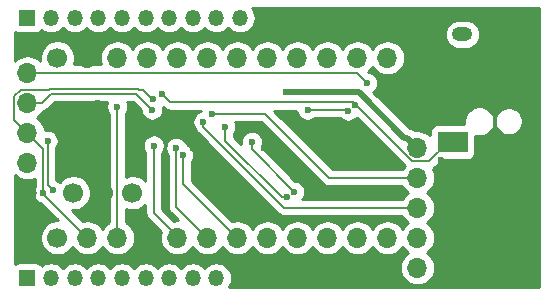
<source format=gbl>
G04 #@! TF.GenerationSoftware,KiCad,Pcbnew,(5.1.2)-1*
G04 #@! TF.CreationDate,2019-08-30T21:10:08+09:00*
G04 #@! TF.ProjectId,wii_controller,7769695f-636f-46e7-9472-6f6c6c65722e,rev?*
G04 #@! TF.SameCoordinates,PXdf378e0PY8bfaf60*
G04 #@! TF.FileFunction,Copper,L2,Bot*
G04 #@! TF.FilePolarity,Positive*
%FSLAX46Y46*%
G04 Gerber Fmt 4.6, Leading zero omitted, Abs format (unit mm)*
G04 Created by KiCad (PCBNEW (5.1.2)-1) date 2019-08-30 21:10:08*
%MOMM*%
%LPD*%
G04 APERTURE LIST*
%ADD10R,2.500000X1.800000*%
%ADD11O,1.700000X1.700000*%
%ADD12R,1.700000X1.700000*%
%ADD13C,0.100000*%
%ADD14C,1.200000*%
%ADD15O,1.750000X1.200000*%
%ADD16C,1.700000*%
%ADD17R,1.350000X1.350000*%
%ADD18O,1.350000X1.350000*%
%ADD19C,0.600000*%
%ADD20C,0.500000*%
%ADD21C,0.160000*%
%ADD22C,0.254000*%
G04 APERTURE END LIST*
D10*
X36000000Y4000000D03*
X36000000Y500000D03*
D11*
X33022082Y-10157918D03*
X33022082Y-7617918D03*
X33022082Y-5077918D03*
X33022082Y-2537918D03*
X33022082Y2082D03*
D12*
X33022082Y2542082D03*
D13*
G36*
X37481586Y8220878D02*
G01*
X37505854Y8217278D01*
X37529653Y8211317D01*
X37552752Y8203052D01*
X37574931Y8192562D01*
X37595974Y8179950D01*
X37615680Y8165335D01*
X37633858Y8148859D01*
X37650334Y8130681D01*
X37664949Y8110975D01*
X37677561Y8089932D01*
X37688051Y8067753D01*
X37696316Y8044654D01*
X37702277Y8020855D01*
X37705877Y7996587D01*
X37707081Y7972083D01*
X37707081Y7272081D01*
X37705877Y7247577D01*
X37702277Y7223309D01*
X37696316Y7199510D01*
X37688051Y7176411D01*
X37677561Y7154232D01*
X37664949Y7133189D01*
X37650334Y7113483D01*
X37633858Y7095305D01*
X37615680Y7078829D01*
X37595974Y7064214D01*
X37574931Y7051602D01*
X37552752Y7041112D01*
X37529653Y7032847D01*
X37505854Y7026886D01*
X37481586Y7023286D01*
X37457082Y7022082D01*
X36207080Y7022082D01*
X36182576Y7023286D01*
X36158308Y7026886D01*
X36134509Y7032847D01*
X36111410Y7041112D01*
X36089231Y7051602D01*
X36068188Y7064214D01*
X36048482Y7078829D01*
X36030304Y7095305D01*
X36013828Y7113483D01*
X35999213Y7133189D01*
X35986601Y7154232D01*
X35976111Y7176411D01*
X35967846Y7199510D01*
X35961885Y7223309D01*
X35958285Y7247577D01*
X35957081Y7272081D01*
X35957081Y7972083D01*
X35958285Y7996587D01*
X35961885Y8020855D01*
X35967846Y8044654D01*
X35976111Y8067753D01*
X35986601Y8089932D01*
X35999213Y8110975D01*
X36013828Y8130681D01*
X36030304Y8148859D01*
X36048482Y8165335D01*
X36068188Y8179950D01*
X36089231Y8192562D01*
X36111410Y8203052D01*
X36134509Y8211317D01*
X36158308Y8217278D01*
X36182576Y8220878D01*
X36207080Y8222082D01*
X37457082Y8222082D01*
X37481586Y8220878D01*
X37481586Y8220878D01*
G37*
D14*
X36832081Y7622082D03*
D15*
X36832081Y9622082D03*
D16*
X2082Y-6347918D03*
D11*
X2082Y-3807918D03*
X2082Y-1267918D03*
X2082Y1272082D03*
X2082Y3812082D03*
X2082Y6352082D03*
D16*
X2542081Y-7617919D03*
D11*
X5082081Y-7617919D03*
X7622081Y-7617919D03*
X10162081Y-7617919D03*
X12702081Y-7617919D03*
X15242081Y-7617919D03*
X17782081Y-7617919D03*
X20322081Y-7617919D03*
X22862081Y-7617919D03*
X25402081Y-7617919D03*
X27942081Y-7617919D03*
X30482081Y-7617919D03*
X30482082Y7622082D03*
X27942082Y7622082D03*
X25402082Y7622082D03*
X22862082Y7622082D03*
X20322082Y7622082D03*
X17782082Y7622082D03*
X15242082Y7622082D03*
X12702082Y7622082D03*
X10162082Y7622082D03*
X7622082Y7622082D03*
X5082082Y7622082D03*
D16*
X2542082Y7622082D03*
D17*
X2082Y-10997919D03*
D18*
X2002082Y-10997919D03*
X4002082Y-10997919D03*
X6002082Y-10997919D03*
X8002082Y-10997919D03*
X10002082Y-10997919D03*
X12002082Y-10997919D03*
X14002082Y-10997919D03*
X16002082Y-10997919D03*
X18002082Y-10997919D03*
X18002082Y11002081D03*
X16002082Y11002081D03*
X14002082Y11002081D03*
X12002082Y11002081D03*
X10002082Y11002081D03*
X8002082Y11002081D03*
X6002082Y11002081D03*
X4002082Y11002081D03*
X2002082Y11002081D03*
D17*
X2082Y11002081D03*
D16*
X3892081Y-3807918D03*
X6392081Y-3807918D03*
X8892081Y-3807918D03*
D19*
X102081Y-8297918D03*
X42002081Y11002082D03*
X42002082Y-10997919D03*
X42002081Y-8997919D03*
X42002081Y-6997918D03*
X42002082Y-4997918D03*
X42002081Y-2997918D03*
X42002082Y-997918D03*
X42002081Y1002081D03*
X42002082Y3002081D03*
X42002081Y5002081D03*
X42002081Y7002082D03*
X42002082Y9002082D03*
X24002081Y-2997918D03*
X31002081Y-3997918D03*
X31002081Y-997918D03*
X30002082Y5002081D03*
X35002081Y-10997919D03*
X35002081Y-8997918D03*
X35002082Y-6997918D03*
X35002081Y-4997918D03*
X35002082Y-2997918D03*
X35002081Y-997918D03*
X35002082Y1002081D03*
X35002081Y3002081D03*
X35002082Y5002081D03*
X35002081Y7002081D03*
X33002081Y7002082D03*
X33002081Y5002081D03*
X20002082Y-10997918D03*
X22002081Y-10997919D03*
X24002081Y-10997918D03*
X26002081Y-10997919D03*
X28002082Y-10997919D03*
X30002082Y-10997918D03*
X20002082Y11002082D03*
X22002081Y11002081D03*
X24002081Y11002082D03*
X26002082Y11002082D03*
X28002081Y11002082D03*
X30002082Y11002082D03*
X32002082Y11002081D03*
X34002082Y11002082D03*
X36002082Y11002081D03*
X38002081Y11002082D03*
X40002082Y11002082D03*
X40002081Y9002082D03*
X40002081Y7002081D03*
X40002081Y5002082D03*
X38002081Y5002081D03*
X38002082Y-997918D03*
X40002081Y-997918D03*
X40002082Y-2997918D03*
X38002081Y-2997918D03*
X38002081Y-4997919D03*
X38002081Y-6997918D03*
X38002081Y-8997919D03*
X38002081Y-10997918D03*
X40002081Y-10997919D03*
X40002081Y-8997918D03*
X40002081Y-6997919D03*
X40002081Y-4997918D03*
X14002082Y2082D03*
X17002081Y-1997919D03*
X18002082Y2002081D03*
X23002082Y1502082D03*
X20002082Y2081D03*
X6502082Y-497919D03*
X6502082Y-6497918D03*
X16502081Y-2997918D03*
X26002081Y-3497919D03*
X26002082Y-497918D03*
X-497918Y9002081D03*
X6002081Y3802081D03*
X14604576Y-2400414D03*
X8702081Y3502082D03*
X8502081Y-97918D03*
X3802081Y-9297919D03*
X6302081Y-9197918D03*
X9002082Y-9197919D03*
X11302082Y-9197918D03*
X13802082Y-9197918D03*
X16502081Y-9197918D03*
X18902081Y-9197919D03*
X21502081Y-9297919D03*
X24102082Y-9197918D03*
X26602082Y-9197918D03*
X29202082Y-9197919D03*
X2602082Y-197918D03*
X29750000Y-750000D03*
X21902082Y4702081D03*
X28750000Y5499998D03*
X7602082Y3502082D03*
X27770610Y3652073D03*
X11402085Y4546391D03*
X10602080Y4102081D03*
X1352052Y-3796670D03*
X1702082Y602081D03*
X10552092Y3242867D03*
X2142521Y-3605307D03*
X21936432Y-4141685D03*
X16748189Y1808866D03*
X22602081Y-3697918D03*
X19002090Y502082D03*
X14902082Y2202082D03*
X15602081Y2902082D03*
X10702082Y202082D03*
X12587299Y14470D03*
X13182092Y-597919D03*
X23712081Y3242283D03*
X27143313Y3155566D03*
D20*
X14002082Y2082D02*
X15002081Y2081D01*
X15002081Y2081D02*
X17002081Y-1997919D01*
X32172083Y852081D02*
X33022082Y2082D01*
X21902082Y4702081D02*
X28054623Y4702081D01*
X31904623Y852081D02*
X32172083Y852081D01*
X28054623Y4702081D02*
X31904623Y852081D01*
D21*
X27897916Y6352082D02*
X28450001Y5799997D01*
X28450001Y5799997D02*
X28750000Y5499998D01*
X2082Y6352082D02*
X27897916Y6352082D01*
X7622081Y-7617918D02*
X7622081Y3482082D01*
X7622081Y3482082D02*
X7602082Y3502082D01*
X12076405Y3872072D02*
X11702084Y4246393D01*
X11702084Y4246393D02*
X11402085Y4546391D01*
X27550611Y3872072D02*
X12076405Y3872072D01*
X27770610Y3652073D02*
X27550611Y3872072D01*
X28070609Y3352074D02*
X27770610Y3652073D01*
X32550602Y-1127919D02*
X28070609Y3352074D01*
X34022081Y-1127919D02*
X32550602Y-1127919D01*
X35650000Y500000D02*
X34022081Y-1127919D01*
X36000000Y500000D02*
X35650000Y500000D01*
X2081Y1272082D02*
X1331884Y-57722D01*
X1331884Y-57722D02*
X1331884Y-3352238D01*
X1331884Y-3352238D02*
X1352052Y-3372406D01*
X5082081Y-7617919D02*
X1352051Y-3887889D01*
X1352052Y-3372406D02*
X1352052Y-3796670D01*
X1352051Y-3887889D02*
X1352052Y-3796670D01*
X9402009Y4902082D02*
X9802080Y4902082D01*
X10302080Y4402081D02*
X10602080Y4102081D01*
X1785032Y4902082D02*
X1845042Y4962092D01*
X9802080Y4902082D02*
X10302080Y4402081D01*
X9341998Y4962092D02*
X9402009Y4902082D01*
X584483Y4902082D02*
X1785032Y4902082D01*
X2081Y1272082D02*
X-1127919Y2402082D01*
X-1127919Y2402082D02*
X-1127919Y4354483D01*
X-1127919Y4354483D02*
X-540320Y4942083D01*
X1845042Y4962092D02*
X9341998Y4962092D01*
X544482Y4942083D02*
X584483Y4902082D01*
X-540320Y4942083D02*
X544482Y4942083D01*
X9192877Y4602082D02*
X10552092Y3242867D01*
X1204163Y3812081D02*
X1994163Y4602082D01*
X1994163Y4602082D02*
X9192877Y4602082D01*
X2082Y3812082D02*
X1204163Y3812081D01*
X1702082Y-3164868D02*
X2142521Y-3605307D01*
X1702082Y602081D02*
X1702082Y-3164868D01*
X21512167Y-4141685D02*
X16748190Y622293D01*
X21936432Y-4141685D02*
X21512167Y-4141685D01*
X16748190Y622293D02*
X16748189Y1384601D01*
X16748189Y1384601D02*
X16748189Y1808866D01*
X19002090Y-97926D02*
X19002090Y502082D01*
X22602081Y-3697918D02*
X19002090Y-97926D01*
X21757818Y-5077918D02*
X14902082Y1777818D01*
X33022081Y-5077918D02*
X21757818Y-5077918D01*
X14902082Y1777818D02*
X14902082Y2202082D01*
X15602081Y2902082D02*
X20102082Y2902082D01*
X25542082Y-2537919D02*
X33022081Y-2537919D01*
X20102082Y2902082D02*
X25542082Y-2537919D01*
X10702082Y-5497918D02*
X10702082Y202082D01*
X12702082Y-7617919D02*
X12702082Y-7497918D01*
X12702082Y-7497918D02*
X10702082Y-5497918D01*
X12602081Y-312D02*
X12587299Y14470D01*
X15242081Y-7617919D02*
X12602081Y-4977918D01*
X12602081Y-4977918D02*
X12602081Y-312D01*
X13202082Y-617909D02*
X13182092Y-597919D01*
X13202082Y-3097919D02*
X13202082Y-617909D01*
X17782082Y-7617918D02*
X17722081Y-7617919D01*
X17722081Y-7617919D02*
X13202082Y-3097919D01*
X23712081Y3242283D02*
X27056597Y3242282D01*
X27056597Y3242282D02*
X27143313Y3155566D01*
D22*
G36*
X43315001Y-11815000D02*
G01*
X17026194Y-11815000D01*
X17096577Y-11729237D01*
X17218220Y-11501660D01*
X17293127Y-11254724D01*
X17318420Y-10997919D01*
X17293127Y-10741114D01*
X17218220Y-10494178D01*
X17096577Y-10266601D01*
X16932874Y-10067127D01*
X16733400Y-9903424D01*
X16505823Y-9781781D01*
X16258887Y-9706874D01*
X16066433Y-9687919D01*
X15937731Y-9687919D01*
X15745277Y-9706874D01*
X15498341Y-9781781D01*
X15270764Y-9903424D01*
X15071290Y-10067127D01*
X15002082Y-10151458D01*
X14932874Y-10067127D01*
X14733400Y-9903424D01*
X14505823Y-9781781D01*
X14258887Y-9706874D01*
X14066433Y-9687919D01*
X13937731Y-9687919D01*
X13745277Y-9706874D01*
X13498341Y-9781781D01*
X13270764Y-9903424D01*
X13071290Y-10067127D01*
X13002082Y-10151458D01*
X12932874Y-10067127D01*
X12733400Y-9903424D01*
X12505823Y-9781781D01*
X12258887Y-9706874D01*
X12066433Y-9687919D01*
X11937731Y-9687919D01*
X11745277Y-9706874D01*
X11498341Y-9781781D01*
X11270764Y-9903424D01*
X11071290Y-10067127D01*
X11002082Y-10151458D01*
X10932874Y-10067127D01*
X10733400Y-9903424D01*
X10505823Y-9781781D01*
X10258887Y-9706874D01*
X10066433Y-9687919D01*
X9937731Y-9687919D01*
X9745277Y-9706874D01*
X9498341Y-9781781D01*
X9270764Y-9903424D01*
X9071290Y-10067127D01*
X9002082Y-10151458D01*
X8932874Y-10067127D01*
X8733400Y-9903424D01*
X8505823Y-9781781D01*
X8258887Y-9706874D01*
X8066433Y-9687919D01*
X7937731Y-9687919D01*
X7745277Y-9706874D01*
X7498341Y-9781781D01*
X7270764Y-9903424D01*
X7071290Y-10067127D01*
X7002082Y-10151458D01*
X6932874Y-10067127D01*
X6733400Y-9903424D01*
X6505823Y-9781781D01*
X6258887Y-9706874D01*
X6066433Y-9687919D01*
X5937731Y-9687919D01*
X5745277Y-9706874D01*
X5498341Y-9781781D01*
X5270764Y-9903424D01*
X5071290Y-10067127D01*
X5002082Y-10151458D01*
X4932874Y-10067127D01*
X4733400Y-9903424D01*
X4505823Y-9781781D01*
X4258887Y-9706874D01*
X4066433Y-9687919D01*
X3937731Y-9687919D01*
X3745277Y-9706874D01*
X3498341Y-9781781D01*
X3270764Y-9903424D01*
X3071290Y-10067127D01*
X3002082Y-10151458D01*
X2932874Y-10067127D01*
X2733400Y-9903424D01*
X2505823Y-9781781D01*
X2258887Y-9706874D01*
X2066433Y-9687919D01*
X1937731Y-9687919D01*
X1745277Y-9706874D01*
X1498341Y-9781781D01*
X1270764Y-9903424D01*
X1201156Y-9960550D01*
X1128267Y-9871734D01*
X1031576Y-9792382D01*
X921262Y-9733417D01*
X801564Y-9697107D01*
X677082Y-9684847D01*
X-672918Y-9684847D01*
X-797400Y-9697107D01*
X-917098Y-9733417D01*
X-1027412Y-9792382D01*
X-1070918Y-9828086D01*
X-1070918Y-2301282D01*
X-1053052Y-2323052D01*
X-826932Y-2508624D01*
X-568952Y-2646517D01*
X-289029Y-2731431D01*
X-70868Y-2752918D01*
X75032Y-2752918D01*
X293193Y-2731431D01*
X573116Y-2646517D01*
X616885Y-2623122D01*
X616885Y-3213969D01*
X523466Y-3353781D01*
X452984Y-3523941D01*
X417052Y-3704581D01*
X417052Y-3888759D01*
X452984Y-4069399D01*
X523466Y-4239559D01*
X625790Y-4392698D01*
X756024Y-4522932D01*
X909163Y-4625256D01*
X1079323Y-4695738D01*
X1165975Y-4712974D01*
X2585920Y-6132919D01*
X2395821Y-6132919D01*
X2108923Y-6189987D01*
X1838670Y-6301929D01*
X1595449Y-6464444D01*
X1388606Y-6671287D01*
X1226091Y-6914508D01*
X1114149Y-7184761D01*
X1057081Y-7471659D01*
X1057081Y-7764179D01*
X1114149Y-8051077D01*
X1226091Y-8321330D01*
X1388606Y-8564551D01*
X1595449Y-8771394D01*
X1838670Y-8933909D01*
X2108923Y-9045851D01*
X2395821Y-9102919D01*
X2688341Y-9102919D01*
X2975239Y-9045851D01*
X3245492Y-8933909D01*
X3488713Y-8771394D01*
X3695556Y-8564551D01*
X3811496Y-8391034D01*
X3841375Y-8446933D01*
X4026947Y-8673053D01*
X4253067Y-8858625D01*
X4511047Y-8996518D01*
X4790970Y-9081432D01*
X5009131Y-9102919D01*
X5155031Y-9102919D01*
X5373192Y-9081432D01*
X5653115Y-8996518D01*
X5911095Y-8858625D01*
X6137215Y-8673053D01*
X6322787Y-8446933D01*
X6352081Y-8392128D01*
X6381375Y-8446933D01*
X6566947Y-8673053D01*
X6793067Y-8858625D01*
X7051047Y-8996518D01*
X7330970Y-9081432D01*
X7549131Y-9102919D01*
X7695031Y-9102919D01*
X7913192Y-9081432D01*
X8193115Y-8996518D01*
X8451095Y-8858625D01*
X8677215Y-8673053D01*
X8862787Y-8446933D01*
X9000680Y-8188953D01*
X9085594Y-7909030D01*
X9114266Y-7617919D01*
X9085594Y-7326808D01*
X9000680Y-7046885D01*
X8862787Y-6788905D01*
X8677215Y-6562785D01*
X8451095Y-6377213D01*
X8337081Y-6316271D01*
X8337081Y-5185382D01*
X8458923Y-5235850D01*
X8745821Y-5292918D01*
X9038341Y-5292918D01*
X9325239Y-5235850D01*
X9595492Y-5123908D01*
X9838713Y-4961393D01*
X9987082Y-4813024D01*
X9987082Y-5462808D01*
X9983624Y-5497918D01*
X9987082Y-5533028D01*
X9987082Y-5533037D01*
X9997428Y-5638081D01*
X10038312Y-5772859D01*
X10104705Y-5897071D01*
X10194055Y-6005944D01*
X10221337Y-6028334D01*
X11304026Y-7111023D01*
X11238568Y-7326808D01*
X11209896Y-7617919D01*
X11238568Y-7909030D01*
X11323482Y-8188953D01*
X11461375Y-8446933D01*
X11646947Y-8673053D01*
X11873067Y-8858625D01*
X12131047Y-8996518D01*
X12410970Y-9081432D01*
X12629131Y-9102919D01*
X12775031Y-9102919D01*
X12993192Y-9081432D01*
X13273115Y-8996518D01*
X13531095Y-8858625D01*
X13757215Y-8673053D01*
X13942787Y-8446933D01*
X13972081Y-8392128D01*
X14001375Y-8446933D01*
X14186947Y-8673053D01*
X14413067Y-8858625D01*
X14671047Y-8996518D01*
X14950970Y-9081432D01*
X15169131Y-9102919D01*
X15315031Y-9102919D01*
X15533192Y-9081432D01*
X15813115Y-8996518D01*
X16071095Y-8858625D01*
X16297215Y-8673053D01*
X16482787Y-8446933D01*
X16512081Y-8392128D01*
X16541375Y-8446933D01*
X16726947Y-8673053D01*
X16953067Y-8858625D01*
X17211047Y-8996518D01*
X17490970Y-9081432D01*
X17709131Y-9102919D01*
X17855031Y-9102919D01*
X18073192Y-9081432D01*
X18353115Y-8996518D01*
X18611095Y-8858625D01*
X18837215Y-8673053D01*
X19022787Y-8446933D01*
X19052081Y-8392128D01*
X19081375Y-8446933D01*
X19266947Y-8673053D01*
X19493067Y-8858625D01*
X19751047Y-8996518D01*
X20030970Y-9081432D01*
X20249131Y-9102919D01*
X20395031Y-9102919D01*
X20613192Y-9081432D01*
X20893115Y-8996518D01*
X21151095Y-8858625D01*
X21377215Y-8673053D01*
X21562787Y-8446933D01*
X21592081Y-8392128D01*
X21621375Y-8446933D01*
X21806947Y-8673053D01*
X22033067Y-8858625D01*
X22291047Y-8996518D01*
X22570970Y-9081432D01*
X22789131Y-9102919D01*
X22935031Y-9102919D01*
X23153192Y-9081432D01*
X23433115Y-8996518D01*
X23691095Y-8858625D01*
X23917215Y-8673053D01*
X24102787Y-8446933D01*
X24132081Y-8392128D01*
X24161375Y-8446933D01*
X24346947Y-8673053D01*
X24573067Y-8858625D01*
X24831047Y-8996518D01*
X25110970Y-9081432D01*
X25329131Y-9102919D01*
X25475031Y-9102919D01*
X25693192Y-9081432D01*
X25973115Y-8996518D01*
X26231095Y-8858625D01*
X26457215Y-8673053D01*
X26642787Y-8446933D01*
X26672081Y-8392128D01*
X26701375Y-8446933D01*
X26886947Y-8673053D01*
X27113067Y-8858625D01*
X27371047Y-8996518D01*
X27650970Y-9081432D01*
X27869131Y-9102919D01*
X28015031Y-9102919D01*
X28233192Y-9081432D01*
X28513115Y-8996518D01*
X28771095Y-8858625D01*
X28997215Y-8673053D01*
X29182787Y-8446933D01*
X29212081Y-8392128D01*
X29241375Y-8446933D01*
X29426947Y-8673053D01*
X29653067Y-8858625D01*
X29911047Y-8996518D01*
X30190970Y-9081432D01*
X30409131Y-9102919D01*
X30555031Y-9102919D01*
X30773192Y-9081432D01*
X31053115Y-8996518D01*
X31311095Y-8858625D01*
X31537215Y-8673053D01*
X31722787Y-8446933D01*
X31752082Y-8392126D01*
X31781376Y-8446932D01*
X31966948Y-8673052D01*
X32193068Y-8858624D01*
X32247873Y-8887918D01*
X32193068Y-8917212D01*
X31966948Y-9102784D01*
X31781376Y-9328904D01*
X31643483Y-9586884D01*
X31558569Y-9866807D01*
X31529897Y-10157918D01*
X31558569Y-10449029D01*
X31643483Y-10728952D01*
X31781376Y-10986932D01*
X31966948Y-11213052D01*
X32193068Y-11398624D01*
X32451048Y-11536517D01*
X32730971Y-11621431D01*
X32949132Y-11642918D01*
X33095032Y-11642918D01*
X33313193Y-11621431D01*
X33593116Y-11536517D01*
X33851096Y-11398624D01*
X34077216Y-11213052D01*
X34262788Y-10986932D01*
X34400681Y-10728952D01*
X34485595Y-10449029D01*
X34514267Y-10157918D01*
X34485595Y-9866807D01*
X34400681Y-9586884D01*
X34262788Y-9328904D01*
X34077216Y-9102784D01*
X33851096Y-8917212D01*
X33796291Y-8887918D01*
X33851096Y-8858624D01*
X34077216Y-8673052D01*
X34262788Y-8446932D01*
X34400681Y-8188952D01*
X34485595Y-7909029D01*
X34514267Y-7617918D01*
X34485595Y-7326807D01*
X34400681Y-7046884D01*
X34262788Y-6788904D01*
X34077216Y-6562784D01*
X33851096Y-6377212D01*
X33796291Y-6347918D01*
X33851096Y-6318624D01*
X34077216Y-6133052D01*
X34262788Y-5906932D01*
X34400681Y-5648952D01*
X34485595Y-5369029D01*
X34514267Y-5077918D01*
X34485595Y-4786807D01*
X34400681Y-4506884D01*
X34262788Y-4248904D01*
X34077216Y-4022784D01*
X33851096Y-3837212D01*
X33796291Y-3807918D01*
X33851096Y-3778624D01*
X34077216Y-3593052D01*
X34262788Y-3366932D01*
X34400681Y-3108952D01*
X34485595Y-2829029D01*
X34514267Y-2537918D01*
X34485595Y-2246807D01*
X34400681Y-1966884D01*
X34304812Y-1787526D01*
X34421235Y-1725296D01*
X34530108Y-1635946D01*
X34552501Y-1608660D01*
X35123089Y-1038072D01*
X37250000Y-1038072D01*
X37374482Y-1025812D01*
X37494180Y-989502D01*
X37604494Y-930537D01*
X37701185Y-851185D01*
X37780537Y-754494D01*
X37839502Y-644180D01*
X37875812Y-524482D01*
X37888072Y-400000D01*
X37888072Y1011816D01*
X38123439Y965000D01*
X38376561Y965000D01*
X38624821Y1014381D01*
X38858676Y1111247D01*
X39069140Y1251875D01*
X39248125Y1430860D01*
X39388753Y1641324D01*
X39485619Y1875179D01*
X39535000Y2123439D01*
X39535000Y2366712D01*
X39565000Y2366712D01*
X39565000Y2133288D01*
X39610539Y1904348D01*
X39699866Y1688692D01*
X39829550Y1494606D01*
X39994606Y1329550D01*
X40188692Y1199866D01*
X40404348Y1110539D01*
X40633288Y1065000D01*
X40866712Y1065000D01*
X41095652Y1110539D01*
X41311308Y1199866D01*
X41505394Y1329550D01*
X41670450Y1494606D01*
X41800134Y1688692D01*
X41889461Y1904348D01*
X41935000Y2133288D01*
X41935000Y2366712D01*
X41889461Y2595652D01*
X41800134Y2811308D01*
X41670450Y3005394D01*
X41505394Y3170450D01*
X41311308Y3300134D01*
X41095652Y3389461D01*
X40866712Y3435000D01*
X40633288Y3435000D01*
X40404348Y3389461D01*
X40188692Y3300134D01*
X39994606Y3170450D01*
X39829550Y3005394D01*
X39699866Y2811308D01*
X39610539Y2595652D01*
X39565000Y2366712D01*
X39535000Y2366712D01*
X39535000Y2376561D01*
X39485619Y2624821D01*
X39388753Y2858676D01*
X39248125Y3069140D01*
X39069140Y3248125D01*
X38858676Y3388753D01*
X38624821Y3485619D01*
X38376561Y3535000D01*
X38123439Y3535000D01*
X37875179Y3485619D01*
X37641324Y3388753D01*
X37430860Y3248125D01*
X37251875Y3069140D01*
X37111247Y2858676D01*
X37014381Y2624821D01*
X36965000Y2376561D01*
X36965000Y2123439D01*
X36981980Y2038072D01*
X34750000Y2038072D01*
X34625518Y2025812D01*
X34505820Y1989502D01*
X34395506Y1930537D01*
X34298815Y1851185D01*
X34219463Y1754494D01*
X34160498Y1644180D01*
X34124188Y1524482D01*
X34111928Y1400000D01*
X34111928Y1296330D01*
X34103014Y1274810D01*
X34067082Y1094170D01*
X34067082Y1065533D01*
X33851096Y1242788D01*
X33593116Y1380681D01*
X33313193Y1465595D01*
X33095032Y1487082D01*
X32949132Y1487082D01*
X32807290Y1473112D01*
X32800900Y1480898D01*
X32666142Y1591492D01*
X32512396Y1673670D01*
X32345573Y1724276D01*
X32277281Y1731002D01*
X29279199Y4729083D01*
X29346028Y4773736D01*
X29476262Y4903970D01*
X29578586Y5057109D01*
X29649068Y5227269D01*
X29685000Y5407909D01*
X29685000Y5592087D01*
X29649068Y5772727D01*
X29578586Y5942887D01*
X29476262Y6096026D01*
X29346028Y6226260D01*
X29192889Y6328584D01*
X29022729Y6399066D01*
X28842089Y6434998D01*
X28836435Y6434998D01*
X28997216Y6566948D01*
X29182788Y6793068D01*
X29212082Y6847873D01*
X29241376Y6793068D01*
X29426948Y6566948D01*
X29653068Y6381376D01*
X29911048Y6243483D01*
X30190971Y6158569D01*
X30409132Y6137082D01*
X30555032Y6137082D01*
X30773193Y6158569D01*
X31053116Y6243483D01*
X31311096Y6381376D01*
X31537216Y6566948D01*
X31722788Y6793068D01*
X31860681Y7051048D01*
X31945595Y7330971D01*
X31974267Y7622082D01*
X31945595Y7913193D01*
X31860681Y8193116D01*
X31722788Y8451096D01*
X31537216Y8677216D01*
X31311096Y8862788D01*
X31053116Y9000681D01*
X30773193Y9085595D01*
X30555032Y9107082D01*
X30409132Y9107082D01*
X30190971Y9085595D01*
X29911048Y9000681D01*
X29653068Y8862788D01*
X29426948Y8677216D01*
X29241376Y8451096D01*
X29212082Y8396291D01*
X29182788Y8451096D01*
X28997216Y8677216D01*
X28771096Y8862788D01*
X28513116Y9000681D01*
X28233193Y9085595D01*
X28015032Y9107082D01*
X27869132Y9107082D01*
X27650971Y9085595D01*
X27371048Y9000681D01*
X27113068Y8862788D01*
X26886948Y8677216D01*
X26701376Y8451096D01*
X26672082Y8396291D01*
X26642788Y8451096D01*
X26457216Y8677216D01*
X26231096Y8862788D01*
X25973116Y9000681D01*
X25693193Y9085595D01*
X25475032Y9107082D01*
X25329132Y9107082D01*
X25110971Y9085595D01*
X24831048Y9000681D01*
X24573068Y8862788D01*
X24346948Y8677216D01*
X24161376Y8451096D01*
X24132082Y8396291D01*
X24102788Y8451096D01*
X23917216Y8677216D01*
X23691096Y8862788D01*
X23433116Y9000681D01*
X23153193Y9085595D01*
X22935032Y9107082D01*
X22789132Y9107082D01*
X22570971Y9085595D01*
X22291048Y9000681D01*
X22033068Y8862788D01*
X21806948Y8677216D01*
X21621376Y8451096D01*
X21592082Y8396291D01*
X21562788Y8451096D01*
X21377216Y8677216D01*
X21151096Y8862788D01*
X20893116Y9000681D01*
X20613193Y9085595D01*
X20395032Y9107082D01*
X20249132Y9107082D01*
X20030971Y9085595D01*
X19751048Y9000681D01*
X19493068Y8862788D01*
X19266948Y8677216D01*
X19081376Y8451096D01*
X19052082Y8396291D01*
X19022788Y8451096D01*
X18837216Y8677216D01*
X18611096Y8862788D01*
X18353116Y9000681D01*
X18073193Y9085595D01*
X17855032Y9107082D01*
X17709132Y9107082D01*
X17490971Y9085595D01*
X17211048Y9000681D01*
X16953068Y8862788D01*
X16726948Y8677216D01*
X16541376Y8451096D01*
X16512082Y8396291D01*
X16482788Y8451096D01*
X16297216Y8677216D01*
X16071096Y8862788D01*
X15813116Y9000681D01*
X15533193Y9085595D01*
X15315032Y9107082D01*
X15169132Y9107082D01*
X14950971Y9085595D01*
X14671048Y9000681D01*
X14413068Y8862788D01*
X14186948Y8677216D01*
X14001376Y8451096D01*
X13972082Y8396291D01*
X13942788Y8451096D01*
X13757216Y8677216D01*
X13531096Y8862788D01*
X13273116Y9000681D01*
X12993193Y9085595D01*
X12775032Y9107082D01*
X12629132Y9107082D01*
X12410971Y9085595D01*
X12131048Y9000681D01*
X11873068Y8862788D01*
X11646948Y8677216D01*
X11461376Y8451096D01*
X11432082Y8396291D01*
X11402788Y8451096D01*
X11217216Y8677216D01*
X10991096Y8862788D01*
X10733116Y9000681D01*
X10453193Y9085595D01*
X10235032Y9107082D01*
X10089132Y9107082D01*
X9870971Y9085595D01*
X9591048Y9000681D01*
X9333068Y8862788D01*
X9106948Y8677216D01*
X8921376Y8451096D01*
X8892082Y8396291D01*
X8862788Y8451096D01*
X8677216Y8677216D01*
X8451096Y8862788D01*
X8193116Y9000681D01*
X7913193Y9085595D01*
X7695032Y9107082D01*
X7549132Y9107082D01*
X7330971Y9085595D01*
X7051048Y9000681D01*
X6793068Y8862788D01*
X6566948Y8677216D01*
X6381376Y8451096D01*
X6243483Y8193116D01*
X6158569Y7913193D01*
X6129897Y7622082D01*
X6158569Y7330971D01*
X6238619Y7067082D01*
X3919546Y7067082D01*
X3970014Y7188924D01*
X4027082Y7475822D01*
X4027082Y7768342D01*
X3970014Y8055240D01*
X3858072Y8325493D01*
X3695557Y8568714D01*
X3488714Y8775557D01*
X3245493Y8938072D01*
X2975240Y9050014D01*
X2688342Y9107082D01*
X2395822Y9107082D01*
X2108924Y9050014D01*
X1838671Y8938072D01*
X1595450Y8775557D01*
X1388607Y8568714D01*
X1226092Y8325493D01*
X1114150Y8055240D01*
X1057082Y7768342D01*
X1057082Y7475822D01*
X1075052Y7385483D01*
X1057216Y7407216D01*
X831096Y7592788D01*
X573116Y7730681D01*
X293193Y7815595D01*
X75032Y7837082D01*
X-70868Y7837082D01*
X-289029Y7815595D01*
X-568952Y7730681D01*
X-826932Y7592788D01*
X-1053052Y7407216D01*
X-1070919Y7385445D01*
X-1070919Y9622082D01*
X35316106Y9622082D01*
X35339951Y9379980D01*
X35410570Y9147181D01*
X35525248Y8932633D01*
X35679579Y8744580D01*
X35867632Y8590249D01*
X36082180Y8475571D01*
X36314979Y8404952D01*
X36496416Y8387082D01*
X37167746Y8387082D01*
X37349183Y8404952D01*
X37581982Y8475571D01*
X37796530Y8590249D01*
X37984583Y8744580D01*
X38138914Y8932633D01*
X38253592Y9147181D01*
X38324211Y9379980D01*
X38348056Y9622082D01*
X38324211Y9864184D01*
X38253592Y10096983D01*
X38138914Y10311531D01*
X37984583Y10499584D01*
X37796530Y10653915D01*
X37581982Y10768593D01*
X37349183Y10839212D01*
X37167746Y10857082D01*
X36496416Y10857082D01*
X36314979Y10839212D01*
X36082180Y10768593D01*
X35867632Y10653915D01*
X35679579Y10499584D01*
X35525248Y10311531D01*
X35410570Y10096983D01*
X35339951Y9864184D01*
X35316106Y9622082D01*
X-1070919Y9622082D01*
X-1070919Y9832249D01*
X-1027412Y9796544D01*
X-917098Y9737579D01*
X-797400Y9701269D01*
X-672918Y9689009D01*
X677082Y9689009D01*
X801564Y9701269D01*
X921262Y9737579D01*
X1031576Y9796544D01*
X1128267Y9875896D01*
X1201156Y9964712D01*
X1270764Y9907586D01*
X1498341Y9785943D01*
X1745277Y9711036D01*
X1937731Y9692081D01*
X2066433Y9692081D01*
X2258887Y9711036D01*
X2505823Y9785943D01*
X2733400Y9907586D01*
X2932874Y10071289D01*
X3002082Y10155620D01*
X3071290Y10071289D01*
X3270764Y9907586D01*
X3498341Y9785943D01*
X3745277Y9711036D01*
X3937731Y9692081D01*
X4066433Y9692081D01*
X4258887Y9711036D01*
X4505823Y9785943D01*
X4733400Y9907586D01*
X4932874Y10071289D01*
X5002082Y10155620D01*
X5071290Y10071289D01*
X5270764Y9907586D01*
X5498341Y9785943D01*
X5745277Y9711036D01*
X5937731Y9692081D01*
X6066433Y9692081D01*
X6258887Y9711036D01*
X6505823Y9785943D01*
X6733400Y9907586D01*
X6932874Y10071289D01*
X7002082Y10155620D01*
X7071290Y10071289D01*
X7270764Y9907586D01*
X7498341Y9785943D01*
X7745277Y9711036D01*
X7937731Y9692081D01*
X8066433Y9692081D01*
X8258887Y9711036D01*
X8505823Y9785943D01*
X8733400Y9907586D01*
X8932874Y10071289D01*
X9002082Y10155620D01*
X9071290Y10071289D01*
X9270764Y9907586D01*
X9498341Y9785943D01*
X9745277Y9711036D01*
X9937731Y9692081D01*
X10066433Y9692081D01*
X10258887Y9711036D01*
X10505823Y9785943D01*
X10733400Y9907586D01*
X10932874Y10071289D01*
X11002082Y10155620D01*
X11071290Y10071289D01*
X11270764Y9907586D01*
X11498341Y9785943D01*
X11745277Y9711036D01*
X11937731Y9692081D01*
X12066433Y9692081D01*
X12258887Y9711036D01*
X12505823Y9785943D01*
X12733400Y9907586D01*
X12932874Y10071289D01*
X13002082Y10155620D01*
X13071290Y10071289D01*
X13270764Y9907586D01*
X13498341Y9785943D01*
X13745277Y9711036D01*
X13937731Y9692081D01*
X14066433Y9692081D01*
X14258887Y9711036D01*
X14505823Y9785943D01*
X14733400Y9907586D01*
X14932874Y10071289D01*
X15002082Y10155620D01*
X15071290Y10071289D01*
X15270764Y9907586D01*
X15498341Y9785943D01*
X15745277Y9711036D01*
X15937731Y9692081D01*
X16066433Y9692081D01*
X16258887Y9711036D01*
X16505823Y9785943D01*
X16733400Y9907586D01*
X16932874Y10071289D01*
X17002082Y10155620D01*
X17071290Y10071289D01*
X17270764Y9907586D01*
X17498341Y9785943D01*
X17745277Y9711036D01*
X17937731Y9692081D01*
X18066433Y9692081D01*
X18258887Y9711036D01*
X18505823Y9785943D01*
X18733400Y9907586D01*
X18932874Y10071289D01*
X19096577Y10270763D01*
X19218220Y10498340D01*
X19293127Y10745276D01*
X19318420Y11002081D01*
X19293127Y11258886D01*
X19218220Y11505822D01*
X19096577Y11733399D01*
X19029609Y11815000D01*
X43315000Y11815000D01*
X43315001Y-11815000D01*
X43315001Y-11815000D01*
G37*
X43315001Y-11815000D02*
X17026194Y-11815000D01*
X17096577Y-11729237D01*
X17218220Y-11501660D01*
X17293127Y-11254724D01*
X17318420Y-10997919D01*
X17293127Y-10741114D01*
X17218220Y-10494178D01*
X17096577Y-10266601D01*
X16932874Y-10067127D01*
X16733400Y-9903424D01*
X16505823Y-9781781D01*
X16258887Y-9706874D01*
X16066433Y-9687919D01*
X15937731Y-9687919D01*
X15745277Y-9706874D01*
X15498341Y-9781781D01*
X15270764Y-9903424D01*
X15071290Y-10067127D01*
X15002082Y-10151458D01*
X14932874Y-10067127D01*
X14733400Y-9903424D01*
X14505823Y-9781781D01*
X14258887Y-9706874D01*
X14066433Y-9687919D01*
X13937731Y-9687919D01*
X13745277Y-9706874D01*
X13498341Y-9781781D01*
X13270764Y-9903424D01*
X13071290Y-10067127D01*
X13002082Y-10151458D01*
X12932874Y-10067127D01*
X12733400Y-9903424D01*
X12505823Y-9781781D01*
X12258887Y-9706874D01*
X12066433Y-9687919D01*
X11937731Y-9687919D01*
X11745277Y-9706874D01*
X11498341Y-9781781D01*
X11270764Y-9903424D01*
X11071290Y-10067127D01*
X11002082Y-10151458D01*
X10932874Y-10067127D01*
X10733400Y-9903424D01*
X10505823Y-9781781D01*
X10258887Y-9706874D01*
X10066433Y-9687919D01*
X9937731Y-9687919D01*
X9745277Y-9706874D01*
X9498341Y-9781781D01*
X9270764Y-9903424D01*
X9071290Y-10067127D01*
X9002082Y-10151458D01*
X8932874Y-10067127D01*
X8733400Y-9903424D01*
X8505823Y-9781781D01*
X8258887Y-9706874D01*
X8066433Y-9687919D01*
X7937731Y-9687919D01*
X7745277Y-9706874D01*
X7498341Y-9781781D01*
X7270764Y-9903424D01*
X7071290Y-10067127D01*
X7002082Y-10151458D01*
X6932874Y-10067127D01*
X6733400Y-9903424D01*
X6505823Y-9781781D01*
X6258887Y-9706874D01*
X6066433Y-9687919D01*
X5937731Y-9687919D01*
X5745277Y-9706874D01*
X5498341Y-9781781D01*
X5270764Y-9903424D01*
X5071290Y-10067127D01*
X5002082Y-10151458D01*
X4932874Y-10067127D01*
X4733400Y-9903424D01*
X4505823Y-9781781D01*
X4258887Y-9706874D01*
X4066433Y-9687919D01*
X3937731Y-9687919D01*
X3745277Y-9706874D01*
X3498341Y-9781781D01*
X3270764Y-9903424D01*
X3071290Y-10067127D01*
X3002082Y-10151458D01*
X2932874Y-10067127D01*
X2733400Y-9903424D01*
X2505823Y-9781781D01*
X2258887Y-9706874D01*
X2066433Y-9687919D01*
X1937731Y-9687919D01*
X1745277Y-9706874D01*
X1498341Y-9781781D01*
X1270764Y-9903424D01*
X1201156Y-9960550D01*
X1128267Y-9871734D01*
X1031576Y-9792382D01*
X921262Y-9733417D01*
X801564Y-9697107D01*
X677082Y-9684847D01*
X-672918Y-9684847D01*
X-797400Y-9697107D01*
X-917098Y-9733417D01*
X-1027412Y-9792382D01*
X-1070918Y-9828086D01*
X-1070918Y-2301282D01*
X-1053052Y-2323052D01*
X-826932Y-2508624D01*
X-568952Y-2646517D01*
X-289029Y-2731431D01*
X-70868Y-2752918D01*
X75032Y-2752918D01*
X293193Y-2731431D01*
X573116Y-2646517D01*
X616885Y-2623122D01*
X616885Y-3213969D01*
X523466Y-3353781D01*
X452984Y-3523941D01*
X417052Y-3704581D01*
X417052Y-3888759D01*
X452984Y-4069399D01*
X523466Y-4239559D01*
X625790Y-4392698D01*
X756024Y-4522932D01*
X909163Y-4625256D01*
X1079323Y-4695738D01*
X1165975Y-4712974D01*
X2585920Y-6132919D01*
X2395821Y-6132919D01*
X2108923Y-6189987D01*
X1838670Y-6301929D01*
X1595449Y-6464444D01*
X1388606Y-6671287D01*
X1226091Y-6914508D01*
X1114149Y-7184761D01*
X1057081Y-7471659D01*
X1057081Y-7764179D01*
X1114149Y-8051077D01*
X1226091Y-8321330D01*
X1388606Y-8564551D01*
X1595449Y-8771394D01*
X1838670Y-8933909D01*
X2108923Y-9045851D01*
X2395821Y-9102919D01*
X2688341Y-9102919D01*
X2975239Y-9045851D01*
X3245492Y-8933909D01*
X3488713Y-8771394D01*
X3695556Y-8564551D01*
X3811496Y-8391034D01*
X3841375Y-8446933D01*
X4026947Y-8673053D01*
X4253067Y-8858625D01*
X4511047Y-8996518D01*
X4790970Y-9081432D01*
X5009131Y-9102919D01*
X5155031Y-9102919D01*
X5373192Y-9081432D01*
X5653115Y-8996518D01*
X5911095Y-8858625D01*
X6137215Y-8673053D01*
X6322787Y-8446933D01*
X6352081Y-8392128D01*
X6381375Y-8446933D01*
X6566947Y-8673053D01*
X6793067Y-8858625D01*
X7051047Y-8996518D01*
X7330970Y-9081432D01*
X7549131Y-9102919D01*
X7695031Y-9102919D01*
X7913192Y-9081432D01*
X8193115Y-8996518D01*
X8451095Y-8858625D01*
X8677215Y-8673053D01*
X8862787Y-8446933D01*
X9000680Y-8188953D01*
X9085594Y-7909030D01*
X9114266Y-7617919D01*
X9085594Y-7326808D01*
X9000680Y-7046885D01*
X8862787Y-6788905D01*
X8677215Y-6562785D01*
X8451095Y-6377213D01*
X8337081Y-6316271D01*
X8337081Y-5185382D01*
X8458923Y-5235850D01*
X8745821Y-5292918D01*
X9038341Y-5292918D01*
X9325239Y-5235850D01*
X9595492Y-5123908D01*
X9838713Y-4961393D01*
X9987082Y-4813024D01*
X9987082Y-5462808D01*
X9983624Y-5497918D01*
X9987082Y-5533028D01*
X9987082Y-5533037D01*
X9997428Y-5638081D01*
X10038312Y-5772859D01*
X10104705Y-5897071D01*
X10194055Y-6005944D01*
X10221337Y-6028334D01*
X11304026Y-7111023D01*
X11238568Y-7326808D01*
X11209896Y-7617919D01*
X11238568Y-7909030D01*
X11323482Y-8188953D01*
X11461375Y-8446933D01*
X11646947Y-8673053D01*
X11873067Y-8858625D01*
X12131047Y-8996518D01*
X12410970Y-9081432D01*
X12629131Y-9102919D01*
X12775031Y-9102919D01*
X12993192Y-9081432D01*
X13273115Y-8996518D01*
X13531095Y-8858625D01*
X13757215Y-8673053D01*
X13942787Y-8446933D01*
X13972081Y-8392128D01*
X14001375Y-8446933D01*
X14186947Y-8673053D01*
X14413067Y-8858625D01*
X14671047Y-8996518D01*
X14950970Y-9081432D01*
X15169131Y-9102919D01*
X15315031Y-9102919D01*
X15533192Y-9081432D01*
X15813115Y-8996518D01*
X16071095Y-8858625D01*
X16297215Y-8673053D01*
X16482787Y-8446933D01*
X16512081Y-8392128D01*
X16541375Y-8446933D01*
X16726947Y-8673053D01*
X16953067Y-8858625D01*
X17211047Y-8996518D01*
X17490970Y-9081432D01*
X17709131Y-9102919D01*
X17855031Y-9102919D01*
X18073192Y-9081432D01*
X18353115Y-8996518D01*
X18611095Y-8858625D01*
X18837215Y-8673053D01*
X19022787Y-8446933D01*
X19052081Y-8392128D01*
X19081375Y-8446933D01*
X19266947Y-8673053D01*
X19493067Y-8858625D01*
X19751047Y-8996518D01*
X20030970Y-9081432D01*
X20249131Y-9102919D01*
X20395031Y-9102919D01*
X20613192Y-9081432D01*
X20893115Y-8996518D01*
X21151095Y-8858625D01*
X21377215Y-8673053D01*
X21562787Y-8446933D01*
X21592081Y-8392128D01*
X21621375Y-8446933D01*
X21806947Y-8673053D01*
X22033067Y-8858625D01*
X22291047Y-8996518D01*
X22570970Y-9081432D01*
X22789131Y-9102919D01*
X22935031Y-9102919D01*
X23153192Y-9081432D01*
X23433115Y-8996518D01*
X23691095Y-8858625D01*
X23917215Y-8673053D01*
X24102787Y-8446933D01*
X24132081Y-8392128D01*
X24161375Y-8446933D01*
X24346947Y-8673053D01*
X24573067Y-8858625D01*
X24831047Y-8996518D01*
X25110970Y-9081432D01*
X25329131Y-9102919D01*
X25475031Y-9102919D01*
X25693192Y-9081432D01*
X25973115Y-8996518D01*
X26231095Y-8858625D01*
X26457215Y-8673053D01*
X26642787Y-8446933D01*
X26672081Y-8392128D01*
X26701375Y-8446933D01*
X26886947Y-8673053D01*
X27113067Y-8858625D01*
X27371047Y-8996518D01*
X27650970Y-9081432D01*
X27869131Y-9102919D01*
X28015031Y-9102919D01*
X28233192Y-9081432D01*
X28513115Y-8996518D01*
X28771095Y-8858625D01*
X28997215Y-8673053D01*
X29182787Y-8446933D01*
X29212081Y-8392128D01*
X29241375Y-8446933D01*
X29426947Y-8673053D01*
X29653067Y-8858625D01*
X29911047Y-8996518D01*
X30190970Y-9081432D01*
X30409131Y-9102919D01*
X30555031Y-9102919D01*
X30773192Y-9081432D01*
X31053115Y-8996518D01*
X31311095Y-8858625D01*
X31537215Y-8673053D01*
X31722787Y-8446933D01*
X31752082Y-8392126D01*
X31781376Y-8446932D01*
X31966948Y-8673052D01*
X32193068Y-8858624D01*
X32247873Y-8887918D01*
X32193068Y-8917212D01*
X31966948Y-9102784D01*
X31781376Y-9328904D01*
X31643483Y-9586884D01*
X31558569Y-9866807D01*
X31529897Y-10157918D01*
X31558569Y-10449029D01*
X31643483Y-10728952D01*
X31781376Y-10986932D01*
X31966948Y-11213052D01*
X32193068Y-11398624D01*
X32451048Y-11536517D01*
X32730971Y-11621431D01*
X32949132Y-11642918D01*
X33095032Y-11642918D01*
X33313193Y-11621431D01*
X33593116Y-11536517D01*
X33851096Y-11398624D01*
X34077216Y-11213052D01*
X34262788Y-10986932D01*
X34400681Y-10728952D01*
X34485595Y-10449029D01*
X34514267Y-10157918D01*
X34485595Y-9866807D01*
X34400681Y-9586884D01*
X34262788Y-9328904D01*
X34077216Y-9102784D01*
X33851096Y-8917212D01*
X33796291Y-8887918D01*
X33851096Y-8858624D01*
X34077216Y-8673052D01*
X34262788Y-8446932D01*
X34400681Y-8188952D01*
X34485595Y-7909029D01*
X34514267Y-7617918D01*
X34485595Y-7326807D01*
X34400681Y-7046884D01*
X34262788Y-6788904D01*
X34077216Y-6562784D01*
X33851096Y-6377212D01*
X33796291Y-6347918D01*
X33851096Y-6318624D01*
X34077216Y-6133052D01*
X34262788Y-5906932D01*
X34400681Y-5648952D01*
X34485595Y-5369029D01*
X34514267Y-5077918D01*
X34485595Y-4786807D01*
X34400681Y-4506884D01*
X34262788Y-4248904D01*
X34077216Y-4022784D01*
X33851096Y-3837212D01*
X33796291Y-3807918D01*
X33851096Y-3778624D01*
X34077216Y-3593052D01*
X34262788Y-3366932D01*
X34400681Y-3108952D01*
X34485595Y-2829029D01*
X34514267Y-2537918D01*
X34485595Y-2246807D01*
X34400681Y-1966884D01*
X34304812Y-1787526D01*
X34421235Y-1725296D01*
X34530108Y-1635946D01*
X34552501Y-1608660D01*
X35123089Y-1038072D01*
X37250000Y-1038072D01*
X37374482Y-1025812D01*
X37494180Y-989502D01*
X37604494Y-930537D01*
X37701185Y-851185D01*
X37780537Y-754494D01*
X37839502Y-644180D01*
X37875812Y-524482D01*
X37888072Y-400000D01*
X37888072Y1011816D01*
X38123439Y965000D01*
X38376561Y965000D01*
X38624821Y1014381D01*
X38858676Y1111247D01*
X39069140Y1251875D01*
X39248125Y1430860D01*
X39388753Y1641324D01*
X39485619Y1875179D01*
X39535000Y2123439D01*
X39535000Y2366712D01*
X39565000Y2366712D01*
X39565000Y2133288D01*
X39610539Y1904348D01*
X39699866Y1688692D01*
X39829550Y1494606D01*
X39994606Y1329550D01*
X40188692Y1199866D01*
X40404348Y1110539D01*
X40633288Y1065000D01*
X40866712Y1065000D01*
X41095652Y1110539D01*
X41311308Y1199866D01*
X41505394Y1329550D01*
X41670450Y1494606D01*
X41800134Y1688692D01*
X41889461Y1904348D01*
X41935000Y2133288D01*
X41935000Y2366712D01*
X41889461Y2595652D01*
X41800134Y2811308D01*
X41670450Y3005394D01*
X41505394Y3170450D01*
X41311308Y3300134D01*
X41095652Y3389461D01*
X40866712Y3435000D01*
X40633288Y3435000D01*
X40404348Y3389461D01*
X40188692Y3300134D01*
X39994606Y3170450D01*
X39829550Y3005394D01*
X39699866Y2811308D01*
X39610539Y2595652D01*
X39565000Y2366712D01*
X39535000Y2366712D01*
X39535000Y2376561D01*
X39485619Y2624821D01*
X39388753Y2858676D01*
X39248125Y3069140D01*
X39069140Y3248125D01*
X38858676Y3388753D01*
X38624821Y3485619D01*
X38376561Y3535000D01*
X38123439Y3535000D01*
X37875179Y3485619D01*
X37641324Y3388753D01*
X37430860Y3248125D01*
X37251875Y3069140D01*
X37111247Y2858676D01*
X37014381Y2624821D01*
X36965000Y2376561D01*
X36965000Y2123439D01*
X36981980Y2038072D01*
X34750000Y2038072D01*
X34625518Y2025812D01*
X34505820Y1989502D01*
X34395506Y1930537D01*
X34298815Y1851185D01*
X34219463Y1754494D01*
X34160498Y1644180D01*
X34124188Y1524482D01*
X34111928Y1400000D01*
X34111928Y1296330D01*
X34103014Y1274810D01*
X34067082Y1094170D01*
X34067082Y1065533D01*
X33851096Y1242788D01*
X33593116Y1380681D01*
X33313193Y1465595D01*
X33095032Y1487082D01*
X32949132Y1487082D01*
X32807290Y1473112D01*
X32800900Y1480898D01*
X32666142Y1591492D01*
X32512396Y1673670D01*
X32345573Y1724276D01*
X32277281Y1731002D01*
X29279199Y4729083D01*
X29346028Y4773736D01*
X29476262Y4903970D01*
X29578586Y5057109D01*
X29649068Y5227269D01*
X29685000Y5407909D01*
X29685000Y5592087D01*
X29649068Y5772727D01*
X29578586Y5942887D01*
X29476262Y6096026D01*
X29346028Y6226260D01*
X29192889Y6328584D01*
X29022729Y6399066D01*
X28842089Y6434998D01*
X28836435Y6434998D01*
X28997216Y6566948D01*
X29182788Y6793068D01*
X29212082Y6847873D01*
X29241376Y6793068D01*
X29426948Y6566948D01*
X29653068Y6381376D01*
X29911048Y6243483D01*
X30190971Y6158569D01*
X30409132Y6137082D01*
X30555032Y6137082D01*
X30773193Y6158569D01*
X31053116Y6243483D01*
X31311096Y6381376D01*
X31537216Y6566948D01*
X31722788Y6793068D01*
X31860681Y7051048D01*
X31945595Y7330971D01*
X31974267Y7622082D01*
X31945595Y7913193D01*
X31860681Y8193116D01*
X31722788Y8451096D01*
X31537216Y8677216D01*
X31311096Y8862788D01*
X31053116Y9000681D01*
X30773193Y9085595D01*
X30555032Y9107082D01*
X30409132Y9107082D01*
X30190971Y9085595D01*
X29911048Y9000681D01*
X29653068Y8862788D01*
X29426948Y8677216D01*
X29241376Y8451096D01*
X29212082Y8396291D01*
X29182788Y8451096D01*
X28997216Y8677216D01*
X28771096Y8862788D01*
X28513116Y9000681D01*
X28233193Y9085595D01*
X28015032Y9107082D01*
X27869132Y9107082D01*
X27650971Y9085595D01*
X27371048Y9000681D01*
X27113068Y8862788D01*
X26886948Y8677216D01*
X26701376Y8451096D01*
X26672082Y8396291D01*
X26642788Y8451096D01*
X26457216Y8677216D01*
X26231096Y8862788D01*
X25973116Y9000681D01*
X25693193Y9085595D01*
X25475032Y9107082D01*
X25329132Y9107082D01*
X25110971Y9085595D01*
X24831048Y9000681D01*
X24573068Y8862788D01*
X24346948Y8677216D01*
X24161376Y8451096D01*
X24132082Y8396291D01*
X24102788Y8451096D01*
X23917216Y8677216D01*
X23691096Y8862788D01*
X23433116Y9000681D01*
X23153193Y9085595D01*
X22935032Y9107082D01*
X22789132Y9107082D01*
X22570971Y9085595D01*
X22291048Y9000681D01*
X22033068Y8862788D01*
X21806948Y8677216D01*
X21621376Y8451096D01*
X21592082Y8396291D01*
X21562788Y8451096D01*
X21377216Y8677216D01*
X21151096Y8862788D01*
X20893116Y9000681D01*
X20613193Y9085595D01*
X20395032Y9107082D01*
X20249132Y9107082D01*
X20030971Y9085595D01*
X19751048Y9000681D01*
X19493068Y8862788D01*
X19266948Y8677216D01*
X19081376Y8451096D01*
X19052082Y8396291D01*
X19022788Y8451096D01*
X18837216Y8677216D01*
X18611096Y8862788D01*
X18353116Y9000681D01*
X18073193Y9085595D01*
X17855032Y9107082D01*
X17709132Y9107082D01*
X17490971Y9085595D01*
X17211048Y9000681D01*
X16953068Y8862788D01*
X16726948Y8677216D01*
X16541376Y8451096D01*
X16512082Y8396291D01*
X16482788Y8451096D01*
X16297216Y8677216D01*
X16071096Y8862788D01*
X15813116Y9000681D01*
X15533193Y9085595D01*
X15315032Y9107082D01*
X15169132Y9107082D01*
X14950971Y9085595D01*
X14671048Y9000681D01*
X14413068Y8862788D01*
X14186948Y8677216D01*
X14001376Y8451096D01*
X13972082Y8396291D01*
X13942788Y8451096D01*
X13757216Y8677216D01*
X13531096Y8862788D01*
X13273116Y9000681D01*
X12993193Y9085595D01*
X12775032Y9107082D01*
X12629132Y9107082D01*
X12410971Y9085595D01*
X12131048Y9000681D01*
X11873068Y8862788D01*
X11646948Y8677216D01*
X11461376Y8451096D01*
X11432082Y8396291D01*
X11402788Y8451096D01*
X11217216Y8677216D01*
X10991096Y8862788D01*
X10733116Y9000681D01*
X10453193Y9085595D01*
X10235032Y9107082D01*
X10089132Y9107082D01*
X9870971Y9085595D01*
X9591048Y9000681D01*
X9333068Y8862788D01*
X9106948Y8677216D01*
X8921376Y8451096D01*
X8892082Y8396291D01*
X8862788Y8451096D01*
X8677216Y8677216D01*
X8451096Y8862788D01*
X8193116Y9000681D01*
X7913193Y9085595D01*
X7695032Y9107082D01*
X7549132Y9107082D01*
X7330971Y9085595D01*
X7051048Y9000681D01*
X6793068Y8862788D01*
X6566948Y8677216D01*
X6381376Y8451096D01*
X6243483Y8193116D01*
X6158569Y7913193D01*
X6129897Y7622082D01*
X6158569Y7330971D01*
X6238619Y7067082D01*
X3919546Y7067082D01*
X3970014Y7188924D01*
X4027082Y7475822D01*
X4027082Y7768342D01*
X3970014Y8055240D01*
X3858072Y8325493D01*
X3695557Y8568714D01*
X3488714Y8775557D01*
X3245493Y8938072D01*
X2975240Y9050014D01*
X2688342Y9107082D01*
X2395822Y9107082D01*
X2108924Y9050014D01*
X1838671Y8938072D01*
X1595450Y8775557D01*
X1388607Y8568714D01*
X1226092Y8325493D01*
X1114150Y8055240D01*
X1057082Y7768342D01*
X1057082Y7475822D01*
X1075052Y7385483D01*
X1057216Y7407216D01*
X831096Y7592788D01*
X573116Y7730681D01*
X293193Y7815595D01*
X75032Y7837082D01*
X-70868Y7837082D01*
X-289029Y7815595D01*
X-568952Y7730681D01*
X-826932Y7592788D01*
X-1053052Y7407216D01*
X-1070919Y7385445D01*
X-1070919Y9622082D01*
X35316106Y9622082D01*
X35339951Y9379980D01*
X35410570Y9147181D01*
X35525248Y8932633D01*
X35679579Y8744580D01*
X35867632Y8590249D01*
X36082180Y8475571D01*
X36314979Y8404952D01*
X36496416Y8387082D01*
X37167746Y8387082D01*
X37349183Y8404952D01*
X37581982Y8475571D01*
X37796530Y8590249D01*
X37984583Y8744580D01*
X38138914Y8932633D01*
X38253592Y9147181D01*
X38324211Y9379980D01*
X38348056Y9622082D01*
X38324211Y9864184D01*
X38253592Y10096983D01*
X38138914Y10311531D01*
X37984583Y10499584D01*
X37796530Y10653915D01*
X37581982Y10768593D01*
X37349183Y10839212D01*
X37167746Y10857082D01*
X36496416Y10857082D01*
X36314979Y10839212D01*
X36082180Y10768593D01*
X35867632Y10653915D01*
X35679579Y10499584D01*
X35525248Y10311531D01*
X35410570Y10096983D01*
X35339951Y9864184D01*
X35316106Y9622082D01*
X-1070919Y9622082D01*
X-1070919Y9832249D01*
X-1027412Y9796544D01*
X-917098Y9737579D01*
X-797400Y9701269D01*
X-672918Y9689009D01*
X677082Y9689009D01*
X801564Y9701269D01*
X921262Y9737579D01*
X1031576Y9796544D01*
X1128267Y9875896D01*
X1201156Y9964712D01*
X1270764Y9907586D01*
X1498341Y9785943D01*
X1745277Y9711036D01*
X1937731Y9692081D01*
X2066433Y9692081D01*
X2258887Y9711036D01*
X2505823Y9785943D01*
X2733400Y9907586D01*
X2932874Y10071289D01*
X3002082Y10155620D01*
X3071290Y10071289D01*
X3270764Y9907586D01*
X3498341Y9785943D01*
X3745277Y9711036D01*
X3937731Y9692081D01*
X4066433Y9692081D01*
X4258887Y9711036D01*
X4505823Y9785943D01*
X4733400Y9907586D01*
X4932874Y10071289D01*
X5002082Y10155620D01*
X5071290Y10071289D01*
X5270764Y9907586D01*
X5498341Y9785943D01*
X5745277Y9711036D01*
X5937731Y9692081D01*
X6066433Y9692081D01*
X6258887Y9711036D01*
X6505823Y9785943D01*
X6733400Y9907586D01*
X6932874Y10071289D01*
X7002082Y10155620D01*
X7071290Y10071289D01*
X7270764Y9907586D01*
X7498341Y9785943D01*
X7745277Y9711036D01*
X7937731Y9692081D01*
X8066433Y9692081D01*
X8258887Y9711036D01*
X8505823Y9785943D01*
X8733400Y9907586D01*
X8932874Y10071289D01*
X9002082Y10155620D01*
X9071290Y10071289D01*
X9270764Y9907586D01*
X9498341Y9785943D01*
X9745277Y9711036D01*
X9937731Y9692081D01*
X10066433Y9692081D01*
X10258887Y9711036D01*
X10505823Y9785943D01*
X10733400Y9907586D01*
X10932874Y10071289D01*
X11002082Y10155620D01*
X11071290Y10071289D01*
X11270764Y9907586D01*
X11498341Y9785943D01*
X11745277Y9711036D01*
X11937731Y9692081D01*
X12066433Y9692081D01*
X12258887Y9711036D01*
X12505823Y9785943D01*
X12733400Y9907586D01*
X12932874Y10071289D01*
X13002082Y10155620D01*
X13071290Y10071289D01*
X13270764Y9907586D01*
X13498341Y9785943D01*
X13745277Y9711036D01*
X13937731Y9692081D01*
X14066433Y9692081D01*
X14258887Y9711036D01*
X14505823Y9785943D01*
X14733400Y9907586D01*
X14932874Y10071289D01*
X15002082Y10155620D01*
X15071290Y10071289D01*
X15270764Y9907586D01*
X15498341Y9785943D01*
X15745277Y9711036D01*
X15937731Y9692081D01*
X16066433Y9692081D01*
X16258887Y9711036D01*
X16505823Y9785943D01*
X16733400Y9907586D01*
X16932874Y10071289D01*
X17002082Y10155620D01*
X17071290Y10071289D01*
X17270764Y9907586D01*
X17498341Y9785943D01*
X17745277Y9711036D01*
X17937731Y9692081D01*
X18066433Y9692081D01*
X18258887Y9711036D01*
X18505823Y9785943D01*
X18733400Y9907586D01*
X18932874Y10071289D01*
X19096577Y10270763D01*
X19218220Y10498340D01*
X19293127Y10745276D01*
X19318420Y11002081D01*
X19293127Y11258886D01*
X19218220Y11505822D01*
X19096577Y11733399D01*
X19029609Y11815000D01*
X43315000Y11815000D01*
X43315001Y-11815000D01*
G36*
X9617092Y3166705D02*
G01*
X9617092Y3150778D01*
X9653024Y2970138D01*
X9723506Y2799978D01*
X9825830Y2646839D01*
X9956064Y2516605D01*
X10109203Y2414281D01*
X10279363Y2343799D01*
X10460003Y2307867D01*
X10644181Y2307867D01*
X10824821Y2343799D01*
X10994981Y2414281D01*
X11148120Y2516605D01*
X11278354Y2646839D01*
X11380678Y2799978D01*
X11451160Y2970138D01*
X11487092Y3150778D01*
X11487092Y3334956D01*
X11458470Y3478845D01*
X11545988Y3391327D01*
X11568378Y3364045D01*
X11677251Y3274695D01*
X11801463Y3208302D01*
X11936241Y3167418D01*
X12041285Y3157072D01*
X12041295Y3157072D01*
X12076405Y3153614D01*
X12111515Y3157072D01*
X14699484Y3157072D01*
X14690792Y3113371D01*
X14629353Y3101150D01*
X14459193Y3030668D01*
X14306054Y2928344D01*
X14175820Y2798110D01*
X14073496Y2644971D01*
X14003014Y2474811D01*
X13967082Y2294171D01*
X13967082Y2109993D01*
X14003014Y1929353D01*
X14073496Y1759193D01*
X14175820Y1606054D01*
X14220597Y1561277D01*
X14238312Y1502877D01*
X14304705Y1378665D01*
X14394055Y1269792D01*
X14421337Y1247402D01*
X21227407Y-5558670D01*
X21249791Y-5585945D01*
X21277066Y-5608329D01*
X21277070Y-5608333D01*
X21313320Y-5638082D01*
X21358664Y-5675295D01*
X21482876Y-5741688D01*
X21617654Y-5782572D01*
X21722698Y-5792918D01*
X21722708Y-5792918D01*
X21757818Y-5796376D01*
X21792928Y-5792918D01*
X31720434Y-5792918D01*
X31781376Y-5906932D01*
X31966948Y-6133052D01*
X32193068Y-6318624D01*
X32247873Y-6347918D01*
X32193068Y-6377212D01*
X31966948Y-6562784D01*
X31781376Y-6788904D01*
X31752081Y-6843711D01*
X31722787Y-6788905D01*
X31537215Y-6562785D01*
X31311095Y-6377213D01*
X31053115Y-6239320D01*
X30773192Y-6154406D01*
X30555031Y-6132919D01*
X30409131Y-6132919D01*
X30190970Y-6154406D01*
X29911047Y-6239320D01*
X29653067Y-6377213D01*
X29426947Y-6562785D01*
X29241375Y-6788905D01*
X29212081Y-6843710D01*
X29182787Y-6788905D01*
X28997215Y-6562785D01*
X28771095Y-6377213D01*
X28513115Y-6239320D01*
X28233192Y-6154406D01*
X28015031Y-6132919D01*
X27869131Y-6132919D01*
X27650970Y-6154406D01*
X27371047Y-6239320D01*
X27113067Y-6377213D01*
X26886947Y-6562785D01*
X26701375Y-6788905D01*
X26672081Y-6843710D01*
X26642787Y-6788905D01*
X26457215Y-6562785D01*
X26231095Y-6377213D01*
X25973115Y-6239320D01*
X25693192Y-6154406D01*
X25475031Y-6132919D01*
X25329131Y-6132919D01*
X25110970Y-6154406D01*
X24831047Y-6239320D01*
X24573067Y-6377213D01*
X24346947Y-6562785D01*
X24161375Y-6788905D01*
X24132081Y-6843710D01*
X24102787Y-6788905D01*
X23917215Y-6562785D01*
X23691095Y-6377213D01*
X23433115Y-6239320D01*
X23153192Y-6154406D01*
X22935031Y-6132919D01*
X22789131Y-6132919D01*
X22570970Y-6154406D01*
X22291047Y-6239320D01*
X22033067Y-6377213D01*
X21806947Y-6562785D01*
X21621375Y-6788905D01*
X21592081Y-6843710D01*
X21562787Y-6788905D01*
X21377215Y-6562785D01*
X21151095Y-6377213D01*
X20893115Y-6239320D01*
X20613192Y-6154406D01*
X20395031Y-6132919D01*
X20249131Y-6132919D01*
X20030970Y-6154406D01*
X19751047Y-6239320D01*
X19493067Y-6377213D01*
X19266947Y-6562785D01*
X19081375Y-6788905D01*
X19052081Y-6843710D01*
X19022787Y-6788905D01*
X18837215Y-6562785D01*
X18611095Y-6377213D01*
X18353115Y-6239320D01*
X18073192Y-6154406D01*
X17855031Y-6132919D01*
X17709131Y-6132919D01*
X17490970Y-6154406D01*
X17321223Y-6205898D01*
X13917082Y-2801758D01*
X13917082Y-1180885D01*
X14010678Y-1040808D01*
X14081160Y-870648D01*
X14117092Y-690008D01*
X14117092Y-505830D01*
X14081160Y-325190D01*
X14010678Y-155030D01*
X13908354Y-1891D01*
X13778120Y128343D01*
X13624981Y230667D01*
X13485925Y288265D01*
X13415885Y457359D01*
X13313561Y610498D01*
X13183327Y740732D01*
X13030188Y843056D01*
X12860028Y913538D01*
X12679388Y949470D01*
X12495210Y949470D01*
X12314570Y913538D01*
X12144410Y843056D01*
X11991271Y740732D01*
X11861037Y610498D01*
X11758713Y457359D01*
X11688231Y287199D01*
X11652299Y106559D01*
X11652299Y-77619D01*
X11688231Y-258259D01*
X11758713Y-428419D01*
X11861037Y-581558D01*
X11887082Y-607603D01*
X11887081Y-4942808D01*
X11883623Y-4977918D01*
X11887081Y-5013028D01*
X11887081Y-5013037D01*
X11897427Y-5118081D01*
X11938311Y-5252859D01*
X12004704Y-5377071D01*
X12004705Y-5377072D01*
X12071666Y-5458665D01*
X12071670Y-5458669D01*
X12094054Y-5485944D01*
X12121331Y-5508330D01*
X12745919Y-6132919D01*
X12629131Y-6132919D01*
X12410970Y-6154406D01*
X12379330Y-6164004D01*
X11417082Y-5201757D01*
X11417082Y-405208D01*
X11428344Y-393946D01*
X11530668Y-240807D01*
X11601150Y-70647D01*
X11637082Y109993D01*
X11637082Y294171D01*
X11601150Y474811D01*
X11530668Y644971D01*
X11428344Y798110D01*
X11298110Y928344D01*
X11144971Y1030668D01*
X10974811Y1101150D01*
X10794171Y1137082D01*
X10609993Y1137082D01*
X10429353Y1101150D01*
X10259193Y1030668D01*
X10106054Y928344D01*
X9975820Y798110D01*
X9873496Y644971D01*
X9803014Y474811D01*
X9767082Y294171D01*
X9767082Y109993D01*
X9803014Y-70647D01*
X9873496Y-240807D01*
X9975820Y-393946D01*
X9987083Y-405209D01*
X9987082Y-2802812D01*
X9838713Y-2654443D01*
X9595492Y-2491928D01*
X9325239Y-2379986D01*
X9038341Y-2322918D01*
X8745821Y-2322918D01*
X8458923Y-2379986D01*
X8337081Y-2430454D01*
X8337081Y2919130D01*
X8430668Y3059193D01*
X8501150Y3229353D01*
X8537082Y3409993D01*
X8537082Y3594171D01*
X8501150Y3774811D01*
X8454646Y3887082D01*
X8896716Y3887082D01*
X9617092Y3166705D01*
X9617092Y3166705D01*
G37*
X9617092Y3166705D02*
X9617092Y3150778D01*
X9653024Y2970138D01*
X9723506Y2799978D01*
X9825830Y2646839D01*
X9956064Y2516605D01*
X10109203Y2414281D01*
X10279363Y2343799D01*
X10460003Y2307867D01*
X10644181Y2307867D01*
X10824821Y2343799D01*
X10994981Y2414281D01*
X11148120Y2516605D01*
X11278354Y2646839D01*
X11380678Y2799978D01*
X11451160Y2970138D01*
X11487092Y3150778D01*
X11487092Y3334956D01*
X11458470Y3478845D01*
X11545988Y3391327D01*
X11568378Y3364045D01*
X11677251Y3274695D01*
X11801463Y3208302D01*
X11936241Y3167418D01*
X12041285Y3157072D01*
X12041295Y3157072D01*
X12076405Y3153614D01*
X12111515Y3157072D01*
X14699484Y3157072D01*
X14690792Y3113371D01*
X14629353Y3101150D01*
X14459193Y3030668D01*
X14306054Y2928344D01*
X14175820Y2798110D01*
X14073496Y2644971D01*
X14003014Y2474811D01*
X13967082Y2294171D01*
X13967082Y2109993D01*
X14003014Y1929353D01*
X14073496Y1759193D01*
X14175820Y1606054D01*
X14220597Y1561277D01*
X14238312Y1502877D01*
X14304705Y1378665D01*
X14394055Y1269792D01*
X14421337Y1247402D01*
X21227407Y-5558670D01*
X21249791Y-5585945D01*
X21277066Y-5608329D01*
X21277070Y-5608333D01*
X21313320Y-5638082D01*
X21358664Y-5675295D01*
X21482876Y-5741688D01*
X21617654Y-5782572D01*
X21722698Y-5792918D01*
X21722708Y-5792918D01*
X21757818Y-5796376D01*
X21792928Y-5792918D01*
X31720434Y-5792918D01*
X31781376Y-5906932D01*
X31966948Y-6133052D01*
X32193068Y-6318624D01*
X32247873Y-6347918D01*
X32193068Y-6377212D01*
X31966948Y-6562784D01*
X31781376Y-6788904D01*
X31752081Y-6843711D01*
X31722787Y-6788905D01*
X31537215Y-6562785D01*
X31311095Y-6377213D01*
X31053115Y-6239320D01*
X30773192Y-6154406D01*
X30555031Y-6132919D01*
X30409131Y-6132919D01*
X30190970Y-6154406D01*
X29911047Y-6239320D01*
X29653067Y-6377213D01*
X29426947Y-6562785D01*
X29241375Y-6788905D01*
X29212081Y-6843710D01*
X29182787Y-6788905D01*
X28997215Y-6562785D01*
X28771095Y-6377213D01*
X28513115Y-6239320D01*
X28233192Y-6154406D01*
X28015031Y-6132919D01*
X27869131Y-6132919D01*
X27650970Y-6154406D01*
X27371047Y-6239320D01*
X27113067Y-6377213D01*
X26886947Y-6562785D01*
X26701375Y-6788905D01*
X26672081Y-6843710D01*
X26642787Y-6788905D01*
X26457215Y-6562785D01*
X26231095Y-6377213D01*
X25973115Y-6239320D01*
X25693192Y-6154406D01*
X25475031Y-6132919D01*
X25329131Y-6132919D01*
X25110970Y-6154406D01*
X24831047Y-6239320D01*
X24573067Y-6377213D01*
X24346947Y-6562785D01*
X24161375Y-6788905D01*
X24132081Y-6843710D01*
X24102787Y-6788905D01*
X23917215Y-6562785D01*
X23691095Y-6377213D01*
X23433115Y-6239320D01*
X23153192Y-6154406D01*
X22935031Y-6132919D01*
X22789131Y-6132919D01*
X22570970Y-6154406D01*
X22291047Y-6239320D01*
X22033067Y-6377213D01*
X21806947Y-6562785D01*
X21621375Y-6788905D01*
X21592081Y-6843710D01*
X21562787Y-6788905D01*
X21377215Y-6562785D01*
X21151095Y-6377213D01*
X20893115Y-6239320D01*
X20613192Y-6154406D01*
X20395031Y-6132919D01*
X20249131Y-6132919D01*
X20030970Y-6154406D01*
X19751047Y-6239320D01*
X19493067Y-6377213D01*
X19266947Y-6562785D01*
X19081375Y-6788905D01*
X19052081Y-6843710D01*
X19022787Y-6788905D01*
X18837215Y-6562785D01*
X18611095Y-6377213D01*
X18353115Y-6239320D01*
X18073192Y-6154406D01*
X17855031Y-6132919D01*
X17709131Y-6132919D01*
X17490970Y-6154406D01*
X17321223Y-6205898D01*
X13917082Y-2801758D01*
X13917082Y-1180885D01*
X14010678Y-1040808D01*
X14081160Y-870648D01*
X14117092Y-690008D01*
X14117092Y-505830D01*
X14081160Y-325190D01*
X14010678Y-155030D01*
X13908354Y-1891D01*
X13778120Y128343D01*
X13624981Y230667D01*
X13485925Y288265D01*
X13415885Y457359D01*
X13313561Y610498D01*
X13183327Y740732D01*
X13030188Y843056D01*
X12860028Y913538D01*
X12679388Y949470D01*
X12495210Y949470D01*
X12314570Y913538D01*
X12144410Y843056D01*
X11991271Y740732D01*
X11861037Y610498D01*
X11758713Y457359D01*
X11688231Y287199D01*
X11652299Y106559D01*
X11652299Y-77619D01*
X11688231Y-258259D01*
X11758713Y-428419D01*
X11861037Y-581558D01*
X11887082Y-607603D01*
X11887081Y-4942808D01*
X11883623Y-4977918D01*
X11887081Y-5013028D01*
X11887081Y-5013037D01*
X11897427Y-5118081D01*
X11938311Y-5252859D01*
X12004704Y-5377071D01*
X12004705Y-5377072D01*
X12071666Y-5458665D01*
X12071670Y-5458669D01*
X12094054Y-5485944D01*
X12121331Y-5508330D01*
X12745919Y-6132919D01*
X12629131Y-6132919D01*
X12410970Y-6154406D01*
X12379330Y-6164004D01*
X11417082Y-5201757D01*
X11417082Y-405208D01*
X11428344Y-393946D01*
X11530668Y-240807D01*
X11601150Y-70647D01*
X11637082Y109993D01*
X11637082Y294171D01*
X11601150Y474811D01*
X11530668Y644971D01*
X11428344Y798110D01*
X11298110Y928344D01*
X11144971Y1030668D01*
X10974811Y1101150D01*
X10794171Y1137082D01*
X10609993Y1137082D01*
X10429353Y1101150D01*
X10259193Y1030668D01*
X10106054Y928344D01*
X9975820Y798110D01*
X9873496Y644971D01*
X9803014Y474811D01*
X9767082Y294171D01*
X9767082Y109993D01*
X9803014Y-70647D01*
X9873496Y-240807D01*
X9975820Y-393946D01*
X9987083Y-405209D01*
X9987082Y-2802812D01*
X9838713Y-2654443D01*
X9595492Y-2491928D01*
X9325239Y-2379986D01*
X9038341Y-2322918D01*
X8745821Y-2322918D01*
X8458923Y-2379986D01*
X8337081Y-2430454D01*
X8337081Y2919130D01*
X8430668Y3059193D01*
X8501150Y3229353D01*
X8537082Y3409993D01*
X8537082Y3594171D01*
X8501150Y3774811D01*
X8454646Y3887082D01*
X8896716Y3887082D01*
X9617092Y3166705D01*
G36*
X6703014Y3774811D02*
G01*
X6667082Y3594171D01*
X6667082Y3409993D01*
X6703014Y3229353D01*
X6773496Y3059193D01*
X6875820Y2906054D01*
X6907082Y2874792D01*
X6907081Y-6316271D01*
X6793067Y-6377213D01*
X6566947Y-6562785D01*
X6381375Y-6788905D01*
X6352081Y-6843710D01*
X6322787Y-6788905D01*
X6137215Y-6562785D01*
X5911095Y-6377213D01*
X5653115Y-6239320D01*
X5373192Y-6154406D01*
X5155031Y-6132919D01*
X5009131Y-6132919D01*
X4790970Y-6154406D01*
X4667258Y-6191934D01*
X3768242Y-5292918D01*
X4038341Y-5292918D01*
X4325239Y-5235850D01*
X4595492Y-5123908D01*
X4838713Y-4961393D01*
X5045556Y-4754550D01*
X5208071Y-4511329D01*
X5320013Y-4241076D01*
X5377081Y-3954178D01*
X5377081Y-3661658D01*
X5320013Y-3374760D01*
X5208071Y-3104507D01*
X5045556Y-2861286D01*
X4838713Y-2654443D01*
X4595492Y-2491928D01*
X4325239Y-2379986D01*
X4038341Y-2322918D01*
X3745821Y-2322918D01*
X3458923Y-2379986D01*
X3188670Y-2491928D01*
X2945449Y-2654443D01*
X2738606Y-2861286D01*
X2730385Y-2873590D01*
X2585410Y-2776721D01*
X2417082Y-2706998D01*
X2417082Y-5209D01*
X2428344Y6053D01*
X2530668Y159192D01*
X2601150Y329352D01*
X2637082Y509992D01*
X2637082Y694170D01*
X2601150Y874810D01*
X2530668Y1044970D01*
X2428344Y1198109D01*
X2298110Y1328343D01*
X2144971Y1430667D01*
X1974811Y1501149D01*
X1794171Y1537081D01*
X1609993Y1537081D01*
X1470892Y1509412D01*
X1465595Y1563193D01*
X1380681Y1843116D01*
X1242788Y2101096D01*
X1057216Y2327216D01*
X831096Y2512788D01*
X776291Y2542082D01*
X831096Y2571376D01*
X1057216Y2756948D01*
X1242788Y2983068D01*
X1307310Y3103781D01*
X1344326Y3107427D01*
X1479104Y3148311D01*
X1482627Y3150194D01*
X1603318Y3214705D01*
X1684911Y3281667D01*
X1684914Y3281670D01*
X1712189Y3304054D01*
X1734574Y3331330D01*
X2290325Y3887082D01*
X6749518Y3887082D01*
X6703014Y3774811D01*
X6703014Y3774811D01*
G37*
X6703014Y3774811D02*
X6667082Y3594171D01*
X6667082Y3409993D01*
X6703014Y3229353D01*
X6773496Y3059193D01*
X6875820Y2906054D01*
X6907082Y2874792D01*
X6907081Y-6316271D01*
X6793067Y-6377213D01*
X6566947Y-6562785D01*
X6381375Y-6788905D01*
X6352081Y-6843710D01*
X6322787Y-6788905D01*
X6137215Y-6562785D01*
X5911095Y-6377213D01*
X5653115Y-6239320D01*
X5373192Y-6154406D01*
X5155031Y-6132919D01*
X5009131Y-6132919D01*
X4790970Y-6154406D01*
X4667258Y-6191934D01*
X3768242Y-5292918D01*
X4038341Y-5292918D01*
X4325239Y-5235850D01*
X4595492Y-5123908D01*
X4838713Y-4961393D01*
X5045556Y-4754550D01*
X5208071Y-4511329D01*
X5320013Y-4241076D01*
X5377081Y-3954178D01*
X5377081Y-3661658D01*
X5320013Y-3374760D01*
X5208071Y-3104507D01*
X5045556Y-2861286D01*
X4838713Y-2654443D01*
X4595492Y-2491928D01*
X4325239Y-2379986D01*
X4038341Y-2322918D01*
X3745821Y-2322918D01*
X3458923Y-2379986D01*
X3188670Y-2491928D01*
X2945449Y-2654443D01*
X2738606Y-2861286D01*
X2730385Y-2873590D01*
X2585410Y-2776721D01*
X2417082Y-2706998D01*
X2417082Y-5209D01*
X2428344Y6053D01*
X2530668Y159192D01*
X2601150Y329352D01*
X2637082Y509992D01*
X2637082Y694170D01*
X2601150Y874810D01*
X2530668Y1044970D01*
X2428344Y1198109D01*
X2298110Y1328343D01*
X2144971Y1430667D01*
X1974811Y1501149D01*
X1794171Y1537081D01*
X1609993Y1537081D01*
X1470892Y1509412D01*
X1465595Y1563193D01*
X1380681Y1843116D01*
X1242788Y2101096D01*
X1057216Y2327216D01*
X831096Y2512788D01*
X776291Y2542082D01*
X831096Y2571376D01*
X1057216Y2756948D01*
X1242788Y2983068D01*
X1307310Y3103781D01*
X1344326Y3107427D01*
X1479104Y3148311D01*
X1482627Y3150194D01*
X1603318Y3214705D01*
X1684911Y3281667D01*
X1684914Y3281670D01*
X1712189Y3304054D01*
X1734574Y3331330D01*
X2290325Y3887082D01*
X6749518Y3887082D01*
X6703014Y3774811D01*
G36*
X25011670Y-3018670D02*
G01*
X25034055Y-3045946D01*
X25061330Y-3068330D01*
X25061333Y-3068333D01*
X25142926Y-3135295D01*
X25142928Y-3135296D01*
X25267140Y-3201689D01*
X25401918Y-3242573D01*
X25506962Y-3252919D01*
X25506971Y-3252919D01*
X25542081Y-3256377D01*
X25577191Y-3252919D01*
X31720435Y-3252919D01*
X31781376Y-3366932D01*
X31966948Y-3593052D01*
X32193068Y-3778624D01*
X32247873Y-3807918D01*
X32193068Y-3837212D01*
X31966948Y-4022784D01*
X31781376Y-4248904D01*
X31720434Y-4362918D01*
X23259371Y-4362918D01*
X23328343Y-4293946D01*
X23430667Y-4140807D01*
X23501149Y-3970647D01*
X23537081Y-3790007D01*
X23537081Y-3605829D01*
X23501149Y-3425189D01*
X23430667Y-3255029D01*
X23328343Y-3101890D01*
X23198109Y-2971656D01*
X23044970Y-2869332D01*
X22874810Y-2798850D01*
X22694170Y-2762918D01*
X22678244Y-2762918D01*
X19838132Y77193D01*
X19901158Y229353D01*
X19937090Y409993D01*
X19937090Y594171D01*
X19901158Y774811D01*
X19830676Y944971D01*
X19728352Y1098110D01*
X19598118Y1228344D01*
X19444979Y1330668D01*
X19274819Y1401150D01*
X19094179Y1437082D01*
X18910001Y1437082D01*
X18729361Y1401150D01*
X18559201Y1330668D01*
X18406062Y1228344D01*
X18275828Y1098110D01*
X18173504Y944971D01*
X18103022Y774811D01*
X18067090Y594171D01*
X18067090Y409993D01*
X18090788Y290856D01*
X17463189Y918455D01*
X17463189Y1201576D01*
X17474451Y1212838D01*
X17576775Y1365977D01*
X17647257Y1536137D01*
X17683189Y1716777D01*
X17683189Y1900955D01*
X17647257Y2081595D01*
X17603563Y2187082D01*
X19805921Y2187082D01*
X25011670Y-3018670D01*
X25011670Y-3018670D01*
G37*
X25011670Y-3018670D02*
X25034055Y-3045946D01*
X25061330Y-3068330D01*
X25061333Y-3068333D01*
X25142926Y-3135295D01*
X25142928Y-3135296D01*
X25267140Y-3201689D01*
X25401918Y-3242573D01*
X25506962Y-3252919D01*
X25506971Y-3252919D01*
X25542081Y-3256377D01*
X25577191Y-3252919D01*
X31720435Y-3252919D01*
X31781376Y-3366932D01*
X31966948Y-3593052D01*
X32193068Y-3778624D01*
X32247873Y-3807918D01*
X32193068Y-3837212D01*
X31966948Y-4022784D01*
X31781376Y-4248904D01*
X31720434Y-4362918D01*
X23259371Y-4362918D01*
X23328343Y-4293946D01*
X23430667Y-4140807D01*
X23501149Y-3970647D01*
X23537081Y-3790007D01*
X23537081Y-3605829D01*
X23501149Y-3425189D01*
X23430667Y-3255029D01*
X23328343Y-3101890D01*
X23198109Y-2971656D01*
X23044970Y-2869332D01*
X22874810Y-2798850D01*
X22694170Y-2762918D01*
X22678244Y-2762918D01*
X19838132Y77193D01*
X19901158Y229353D01*
X19937090Y409993D01*
X19937090Y594171D01*
X19901158Y774811D01*
X19830676Y944971D01*
X19728352Y1098110D01*
X19598118Y1228344D01*
X19444979Y1330668D01*
X19274819Y1401150D01*
X19094179Y1437082D01*
X18910001Y1437082D01*
X18729361Y1401150D01*
X18559201Y1330668D01*
X18406062Y1228344D01*
X18275828Y1098110D01*
X18173504Y944971D01*
X18103022Y774811D01*
X18067090Y594171D01*
X18067090Y409993D01*
X18090788Y290856D01*
X17463189Y918455D01*
X17463189Y1201576D01*
X17474451Y1212838D01*
X17576775Y1365977D01*
X17647257Y1536137D01*
X17683189Y1716777D01*
X17683189Y1900955D01*
X17647257Y2081595D01*
X17603563Y2187082D01*
X19805921Y2187082D01*
X25011670Y-3018670D01*
G36*
X22777081Y3150194D02*
G01*
X22813013Y2969554D01*
X22883495Y2799394D01*
X22985819Y2646255D01*
X23116053Y2516021D01*
X23269192Y2413697D01*
X23439352Y2343215D01*
X23619992Y2307283D01*
X23804170Y2307283D01*
X23984810Y2343215D01*
X24154970Y2413697D01*
X24308109Y2516021D01*
X24319372Y2527284D01*
X26449307Y2527282D01*
X26547285Y2429304D01*
X26700424Y2326980D01*
X26870584Y2256498D01*
X27051224Y2220566D01*
X27235402Y2220566D01*
X27416042Y2256498D01*
X27586202Y2326980D01*
X27739341Y2429304D01*
X27860779Y2550742D01*
X31934203Y-1522683D01*
X31781376Y-1708904D01*
X31720434Y-1822919D01*
X25838245Y-1822919D01*
X20858253Y3157072D01*
X22777081Y3157072D01*
X22777081Y3150194D01*
X22777081Y3150194D01*
G37*
X22777081Y3150194D02*
X22813013Y2969554D01*
X22883495Y2799394D01*
X22985819Y2646255D01*
X23116053Y2516021D01*
X23269192Y2413697D01*
X23439352Y2343215D01*
X23619992Y2307283D01*
X23804170Y2307283D01*
X23984810Y2343215D01*
X24154970Y2413697D01*
X24308109Y2516021D01*
X24319372Y2527284D01*
X26449307Y2527282D01*
X26547285Y2429304D01*
X26700424Y2326980D01*
X26870584Y2256498D01*
X27051224Y2220566D01*
X27235402Y2220566D01*
X27416042Y2256498D01*
X27586202Y2326980D01*
X27739341Y2429304D01*
X27860779Y2550742D01*
X31934203Y-1522683D01*
X31781376Y-1708904D01*
X31720434Y-1822919D01*
X25838245Y-1822919D01*
X20858253Y3157072D01*
X22777081Y3157072D01*
X22777081Y3150194D01*
M02*

</source>
